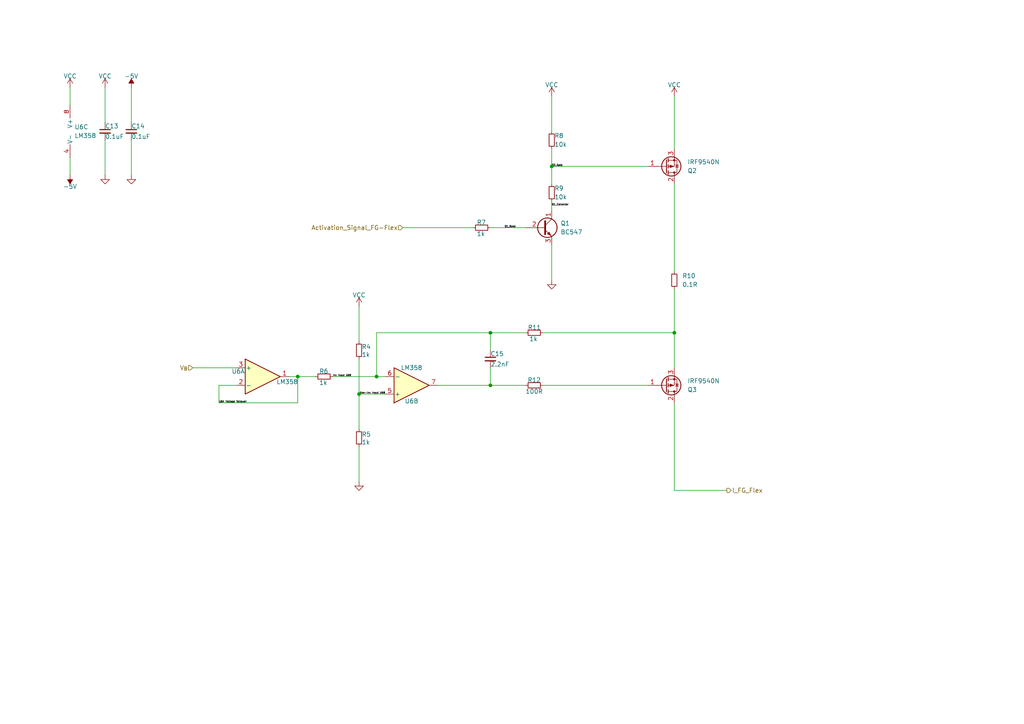
<source format=kicad_sch>
(kicad_sch (version 20230121) (generator eeschema)
  (paper "A4")
  (lib_symbols
    (symbol "Amplifier_Operational:LM358" (pin_names (offset 0.127))
      (property "Reference" "U" (at 0 5.08 0))
      (property "Value" "LM358" (at 0 -5.08 0))
      (symbol "LM358_1_1"
        (polyline (pts (xy -5.08 5.08) (xy 5.08 0) (xy -5.08 -5.08) (xy -5.08 5.08)) (stroke (width 0.254)) (fill (type background)))
        (pin output line (at 7.62 0 180) (length 2.54) (name "~") (number "1"))
        (pin input line (at -7.62 -2.54 0) (length 2.54) (name "-") (number "2"))
        (pin input line (at -7.62 2.54 0) (length 2.54) (name "+") (number "3"))
      )
      (symbol "LM358_2_1"
        (polyline (pts (xy -5.08 5.08) (xy 5.08 0) (xy -5.08 -5.08) (xy -5.08 5.08)) (stroke (width 0.254)) (fill (type background)))
        (pin input line (at -7.62 2.54 0) (length 2.54) (name "+") (number "5"))
        (pin input line (at -7.62 -2.54 0) (length 2.54) (name "-") (number "6"))
        (pin output line (at 7.62 0 180) (length 2.54) (name "~") (number "7"))
      )
      (symbol "LM358_3_1"
        (pin power_in line (at -2.54 -7.62 90) (length 3.81) (name "V-") (number "4"))
        (pin power_in line (at -2.54 7.62 270) (length 3.81) (name "V+") (number "8"))
      )
    )
    (symbol "Device:C_Small" (pin_numbers hide) (pin_names (offset 0.254) hide)
      (property "Reference" "C" (at 0.254 1.778 0))
      (property "Value" "C_Small" (at 0.254 -2.032 0))
      (symbol "C_Small_0_1"
        (polyline (pts (xy -1.524 -0.508) (xy 1.524 -0.508)) (stroke (width 0.3302)))
        (polyline (pts (xy -1.524 0.508) (xy 1.524 0.508)) (stroke (width 0.3048)))
      )
      (symbol "C_Small_1_1"
        (pin passive line (at 0 2.54 270) (length 2.032) (name "~") (number "1"))
        (pin passive line (at 0 -2.54 90) (length 2.032) (name "~") (number "2"))
      )
    )
    (symbol "Device:R_Small" (pin_numbers hide) (pin_names (offset 0.254) hide)
      (property "Reference" "R" (at 0.762 0.508 0))
      (property "Value" "R_Small" (at 0.762 -1.016 0))
      (symbol "R_Small_0_1"
        (rectangle (start -0.762 1.778) (end 0.762 -1.778) (stroke (width 0.2032)))
      )
      (symbol "R_Small_1_1"
        (pin passive line (at 0 2.54 270) (length 0.762) (name "~") (number "1"))
        (pin passive line (at 0 -2.54 90) (length 0.762) (name "~") (number "2"))
      )
    )
    (symbol "Transistor_BJT:BC547" (pin_names (offset 0) hide)
      (property "Reference" "Q" (at 5.08 1.905 0))
      (property "Value" "BC547" (at 5.08 0 0))
      (symbol "BC547_0_1"
        (polyline (pts (xy 0 0) (xy 0.635 0)))
        (polyline (pts (xy 0.635 0.635) (xy 2.54 2.54)))
        (polyline (pts (xy 0.635 -0.635) (xy 2.54 -2.54) (xy 2.54 -2.54)))
        (polyline (pts (xy 0.635 1.905) (xy 0.635 -1.905) (xy 0.635 -1.905)) (stroke (width 0.508)))
        (polyline (pts (xy 1.27 -1.778) (xy 1.778 -1.27) (xy 2.286 -2.286) (xy 1.27 -1.778) (xy 1.27 -1.778)) (fill (type outline)))
        (circle (center 1.27 0) (radius 2.8194) (stroke (width 0.254)))
      )
      (symbol "BC547_1_1"
        (pin passive line (at 2.54 5.08 270) (length 2.54) (name "C") (number "1"))
        (pin input line (at -5.08 0 0) (length 5.08) (name "B") (number "2"))
        (pin passive line (at 2.54 -5.08 90) (length 2.54) (name "E") (number "3"))
      )
    )
    (symbol "Transistor_FET:IRF9540N" (pin_names hide)
      (property "Reference" "Q" (at 5.08 1.905 0))
      (property "Value" "IRF9540N" (at 5.08 0 0))
      (symbol "IRF9540N_0_1"
        (polyline (pts (xy 0.254 0) (xy -2.54 0)))
        (polyline (pts (xy 0.254 1.905) (xy 0.254 -1.905)) (stroke (width 0.254)))
        (polyline (pts (xy 0.762 -1.27) (xy 0.762 -2.286)) (stroke (width 0.254)))
        (polyline (pts (xy 0.762 0.508) (xy 0.762 -0.508)) (stroke (width 0.254)))
        (polyline (pts (xy 0.762 2.286) (xy 0.762 1.27)) (stroke (width 0.254)))
        (polyline (pts (xy 2.54 2.54) (xy 2.54 1.778)))
        (polyline (pts (xy 2.54 -2.54) (xy 2.54 0) (xy 0.762 0)))
        (polyline (pts (xy 0.762 1.778) (xy 3.302 1.778) (xy 3.302 -1.778) (xy 0.762 -1.778)))
        (polyline (pts (xy 2.286 0) (xy 1.27 0.381) (xy 1.27 -0.381) (xy 2.286 0)) (fill (type outline)))
        (polyline (pts (xy 2.794 -0.508) (xy 2.921 -0.381) (xy 3.683 -0.381) (xy 3.81 -0.254)))
        (polyline (pts (xy 3.302 -0.381) (xy 2.921 0.254) (xy 3.683 0.254) (xy 3.302 -0.381)))
        (circle (center 1.651 0) (radius 2.794) (stroke (width 0.254)))
        (circle (center 2.54 -1.778) (radius 0.254) (fill (type outline)))
        (circle (center 2.54 1.778) (radius 0.254) (fill (type outline)))
      )
      (symbol "IRF9540N_1_1"
        (pin input line (at -5.08 0 0) (length 2.54) (name "G") (number "1"))
        (pin passive line (at 2.54 5.08 270) (length 2.54) (name "D") (number "2"))
        (pin passive line (at 2.54 -5.08 90) (length 2.54) (name "S") (number "3"))
      )
    )
    (symbol "power:-5V" (power) (pin_names (offset 0))
      (property "Value" "-5V" (at 0 3.81 0))
      (symbol "-5V_0_0"
        (pin power_in line (at 0 0 90) (length 0) hide (name "-5V") (number "1"))
      )
      (symbol "-5V_0_1"
        (polyline (pts (xy 0 0) (xy 0 1.27) (xy 0.762 1.27) (xy 0 2.54) (xy -0.762 1.27) (xy 0 1.27)) (fill (type outline)))
      )
    )
    (symbol "power:GND" (power) (pin_names (offset 0))
      (property "Value" "GND" (at 0 -3.81 0))
      (symbol "GND_0_1"
        (polyline (pts (xy 0 0) (xy 0 -1.27) (xy 1.27 -1.27) (xy 0 -2.54) (xy -1.27 -1.27) (xy 0 -1.27)))
      )
      (symbol "GND_1_1"
        (pin power_in line (at 0 0 270) (length 0) hide (name "GND") (number "1"))
      )
    )
    (symbol "power:VCC" (power) (pin_names (offset 0))
      (property "Value" "VCC" (at 0 3.81 0))
      (symbol "VCC_0_1"
        (polyline (pts (xy -0.762 1.27) (xy 0 2.54)))
        (polyline (pts (xy 0 0) (xy 0 2.54)))
        (polyline (pts (xy 0 2.54) (xy 0.762 1.27)))
      )
      (symbol "VCC_1_1"
        (pin power_in line (at 0 0 90) (length 0) hide (name "VCC") (number "1"))
      )
    )
  )
  (junction (at 142.24 96.52))
  (junction (at 142.24 111.76))
  (junction (at 160.02 48.26))
  (junction (at 104.14 114.3))
  (junction (at 195.58 96.52))
  (junction (at 109.22 109.22))
  (junction (at 86.36 109.22))
  (wire (pts (xy 157.48 111.76) (xy 187.96 111.76)))
  (wire (pts (xy 160.02 71.12) (xy 160.02 81.28)))
  (wire (pts (xy 195.58 53.34) (xy 195.58 78.74)))
  (wire (pts (xy 96.52 109.22) (xy 109.22 109.22)))
  (wire (pts (xy 142.24 106.68) (xy 142.24 111.76)))
  (wire (pts (xy 195.58 83.82) (xy 195.58 96.52)))
  (wire (pts (xy 30.48 25.4) (xy 30.48 35.56)))
  (wire (pts (xy 63.5 116.84) (xy 86.36 116.84)))
  (wire (pts (xy 160.02 27.94) (xy 160.02 38.1)))
  (wire (pts (xy 104.14 88.9) (xy 104.14 99.06)))
  (wire (pts (xy 55.88 106.68) (xy 68.58 106.68)))
  (wire (pts (xy 83.82 109.22) (xy 86.36 109.22)))
  (wire (pts (xy 104.14 104.14) (xy 104.14 114.3)))
  (wire (pts (xy 187.96 48.26) (xy 160.02 48.26)))
  (wire (pts (xy 20.32 25.4) (xy 20.32 30.48)))
  (wire (pts (xy 195.58 27.94) (xy 195.58 43.18)))
  (wire (pts (xy 109.22 96.52) (xy 109.22 109.22)))
  (wire (pts (xy 30.48 40.64) (xy 30.48 50.8)))
  (wire (pts (xy 20.32 45.72) (xy 20.32 50.8)))
  (wire (pts (xy 86.36 116.84) (xy 86.36 109.22)))
  (wire (pts (xy 142.24 96.52) (xy 109.22 96.52)))
  (wire (pts (xy 152.4 96.52) (xy 142.24 96.52)))
  (wire (pts (xy 195.58 96.52) (xy 195.58 106.68)))
  (wire (pts (xy 68.58 111.76) (xy 63.5 111.76)))
  (wire (pts (xy 104.14 129.54) (xy 104.14 139.7)))
  (wire (pts (xy 109.22 109.22) (xy 111.76 109.22)))
  (wire (pts (xy 63.5 111.76) (xy 63.5 116.84)))
  (wire (pts (xy 104.14 114.3) (xy 104.14 124.46)))
  (wire (pts (xy 116.84 66.04) (xy 137.16 66.04)))
  (wire (pts (xy 142.24 96.52) (xy 142.24 101.6)))
  (wire (pts (xy 157.48 96.52) (xy 195.58 96.52)))
  (wire (pts (xy 142.24 66.04) (xy 152.4 66.04)))
  (wire (pts (xy 38.1 25.4) (xy 38.1 35.56)))
  (wire (pts (xy 195.58 142.24) (xy 210.82 142.24)))
  (wire (pts (xy 160.02 43.18) (xy 160.02 48.26)))
  (wire (pts (xy 195.58 116.84) (xy 195.58 142.24)))
  (wire (pts (xy 127 111.76) (xy 142.24 111.76)))
  (wire (pts (xy 104.14 114.3) (xy 111.76 114.3)))
  (wire (pts (xy 86.36 109.22) (xy 91.44 109.22)))
  (wire (pts (xy 142.24 111.76) (xy 152.4 111.76)))
  (wire (pts (xy 38.1 40.64) (xy 38.1 50.8)))
  (wire (pts (xy 160.02 48.26) (xy 160.02 53.34)))
  (wire (pts (xy 160.02 58.42) (xy 160.02 60.96)))
  (label "Q1_Base" (at 146.304 66.04 0) (effects (font (size 0.5 0.5))))
  (label "Q1_Collector" (at 160.02 59.69 0) (effects (font (size 0.5 0.5))))
  (label "U6A Voltage follower" (at 63.5 116.84 0) (effects (font (size 0.5 0.5))))
  (label "Inv Input U6B" (at 96.52 109.22 0) (effects (font (size 0.5 0.5))))
  (label "Q2_Gate" (at 160.02 48.26 0) (effects (font (size 0.5 0.5))))
  (label "Non-Inv Input U6B" (at 111.76 114.3 180) (effects (font (size 0.5 0.5))))
  (hierarchical_label "Activation_Signal_FG-Flex" (shape input) (at 116.84 66.04 180))
  (hierarchical_label "I_FG_Flex" (shape output) (at 210.82 142.24 0))
  (hierarchical_label "V_{B}" (shape input) (at 55.88 106.68 180))
  (symbol (lib_id "Device:R_Small") (at 154.94 111.76 90) (unit 1)
    (property "Reference" "R12" (at 154.94 110.236 90))
    (property "Value" "100R" (at 154.94 113.538 90))
    (property "Footprint" "Resistor_THT:R_Axial_DIN0207_L6.3mm_D2.5mm_P10.16mm_Horizontal" (effects hide))
    (property "Datasheet" "https://www.seielect.com/catalog/sei-cf_cfm.pdf" (effects hide))
    (property "Manufacturer" "Stackpole Electronics Inc" (effects hide))
    (property "Part Nr." "CF14JT100R" (effects hide))
    (instances (project "fg_lampe" (path "" (reference "R12") (unit 1)) (path "" (reference "R18") (unit 1))))
  )
  (symbol (lib_id "Device:R_Small") (at 160.02 55.88 0) (unit 1)
    (property "Reference" "R9" (at 160.782 54.61 0) (effects (justify left)))
    (property "Value" "10k" (at 160.782 57.15 0) (effects (justify left)))
    (property "Footprint" "Resistor_THT:R_Axial_DIN0207_L6.3mm_D2.5mm_P10.16mm_Horizontal" (effects hide))
    (property "Datasheet" "https://www.digikey.de/de/models/1741265" (effects hide))
    (property "Part Nr." "CF14JT10K0" (effects hide))
    (instances (project "fg_lampe" (path "" (reference "R9") (unit 1)) (path "" (reference "R20") (unit 1))))
  )
  (symbol (lib_id "Amplifier_Operational:LM358") (at 119.38 111.76 0) (mirror x) (unit 2)
    (property "Reference" "U6" (at 119.38 116.332 0))
    (property "Value" "LM358" (at 119.38 106.68 0))
    (property "Footprint" "Package_DIP:DIP-8_W7.62mm" (effects hide))
    (property "Datasheet" "http://www.ti.com/lit/ds/symlink/lm2904-n.pdf" (effects hide))
    (instances (project "fg_lampe" (path "" (reference "U6") (unit 2)) (path "" (reference "U6") (unit 2)) (path "" (reference "U7") (unit 2))))
  )
  (symbol (lib_id "power:GND") (at 38.1 50.8 0) (unit 1)
    (property "Reference" "#PWR039" (effects hide))
    (property "Value" "GND" (effects hide))
    (instances (project "fg_lampe" (path "" (reference "#PWR039") (unit 1)) (path "" (reference "#PWR040") (unit 1)) (path "" (reference "#PWR051") (unit 1))))
  )
  (symbol (lib_id "Device:R_Small") (at 104.14 127 0) (unit 1)
    (property "Reference" "R5" (at 104.902 125.984 0) (effects (justify left)))
    (property "Value" "1k" (at 104.902 128.27 0) (effects (justify left)))
    (property "Footprint" "Resistor_THT:R_Axial_DIN0207_L6.3mm_D2.5mm_P10.16mm_Horizontal" (effects hide))
    (property "Datasheet" "https://www.seielect.com/catalog/sei-cf_cfm.pdf" (effects hide))
    (property "Manufacturer" "Stackpole Electronics Inc" (effects hide))
    (property "Part Nr. " "CF14JT1K00" (effects hide))
    (instances (project "fg_lampe" (path "" (reference "R5") (unit 1)) (path "" (reference "R15") (unit 1))))
  )
  (symbol (lib_id "Device:C_Small") (at 38.1 38.1 0) (unit 1)
    (property "Reference" "C14" (at 38.1 36.576 0) (effects (justify left)))
    (property "Value" "0.1uF" (at 38.1 39.624 0) (effects (justify left)))
    (property "Footprint" "Capacitor_THT:C_Disc_D5.1mm_W3.2mm_P5.00mm" (effects hide))
    (property "Datasheet" "https://datasheets.kyocera-avx.com/SR-Series.pdf" (effects hide))
    (property "Part Nr. " "SR211C104KARTR1" (effects hide))
    (property "Manufacturer" "KYOCERA AVX" (effects hide))
    (instances (project "fg_lampe" (path "" (reference "C14") (unit 1)) (path "" (reference "C14") (unit 1)) (path "" (reference "C17") (unit 1))))
  )
  (symbol (lib_id "power:-5V") (at 20.32 50.8 180) (unit 1)
    (property "Reference" "#PWR036" (effects hide))
    (property "Value" "-5V" (at 20.32 54.102 0))
    (instances (project "fg_lampe" (path "" (reference "#PWR036") (unit 1)) (path "" (reference "#PWR036") (unit 1)) (path "" (reference "#PWR047") (unit 1))))
  )
  (symbol (lib_id "power:VCC") (at 160.02 27.94 0) (unit 1)
    (property "Reference" "#PWR037" (effects hide))
    (property "Value" "VCC" (at 160.02 24.638 0))
    (instances (project "fg_lampe" (path "" (reference "#PWR037") (unit 1)) (path "" (reference "#PWR044") (unit 1)) (path "" (reference "#PWR054") (unit 1))))
  )
  (symbol (lib_id "Transistor_FET:IRF9540N") (at 193.04 48.26 0) (mirror x) (unit 1)
    (property "Reference" "Q2" (at 199.39 49.53 0) (effects (justify left)))
    (property "Value" "IRF9540N" (at 199.39 46.99 0) (effects (justify left)))
    (property "Footprint" "Package_TO_SOT_THT:TO-220-3_Vertical" (effects hide))
    (property "Datasheet" "http://www.irf.com/product-info/datasheets/data/irf9540n.pdf" (effects hide))
    (instances (project "fg_lampe" (path "" (reference "Q2") (unit 1)) (path "" (reference "Q5") (unit 1))))
  )
  (symbol (lib_id "power:GND") (at 104.14 139.7 0) (unit 1)
    (property "Reference" "#PWR039" (effects hide))
    (property "Value" "GND" (effects hide))
    (instances (project "fg_lampe" (path "" (reference "#PWR039") (unit 1)) (path "" (reference "#PWR041") (unit 1)) (path "" (reference "#PWR053") (unit 1))))
  )
  (symbol (lib_id "Device:R_Small") (at 104.14 101.6 0) (unit 1)
    (property "Reference" "R4" (at 104.902 100.584 0) (effects (justify left)))
    (property "Value" "1k" (at 104.902 102.87 0) (effects (justify left)))
    (property "Footprint" "Resistor_THT:R_Axial_DIN0207_L6.3mm_D2.5mm_P10.16mm_Horizontal" (effects hide))
    (property "Datasheet" "https://www.seielect.com/catalog/sei-cf_cfm.pdf" (effects hide))
    (property "Manufacturer" "Stackpole Electronics Inc" (effects hide))
    (property "Part Nr. " "CF14JT1K00" (effects hide))
    (instances (project "fg_lampe" (path "" (reference "R4") (unit 1)) (path "" (reference "R14") (unit 1))))
  )
  (symbol (lib_id "Transistor_FET:IRF9540N") (at 193.04 111.76 0) (mirror x) (unit 1)
    (property "Reference" "Q3" (at 199.39 113.03 0) (effects (justify left)))
    (property "Value" "IRF9540N" (at 199.39 110.49 0) (effects (justify left)))
    (property "Footprint" "Package_TO_SOT_THT:TO-220-3_Vertical" (effects hide))
    (property "Datasheet" "http://www.irf.com/product-info/datasheets/data/irf9540n.pdf" (effects hide))
    (instances (project "fg_lampe" (path "" (reference "Q3") (unit 1)) (path "" (reference "Q6") (unit 1))))
  )
  (symbol (lib_id "Amplifier_Operational:LM358") (at 76.2 109.22 0) (unit 1)
    (property "Reference" "U6" (at 69.088 107.696 0))
    (property "Value" "LM358" (at 83.312 110.744 0))
    (property "Footprint" "Package_DIP:DIP-8_W7.62mm" (effects hide))
    (property "Datasheet" "http://www.ti.com/lit/ds/symlink/lm2904-n.pdf" (effects hide))
    (instances (project "fg_lampe" (path "" (reference "U6") (unit 1)) (path "" (reference "U6") (unit 1)) (path "" (reference "U7") (unit 1))))
  )
  (symbol (lib_id "power:VCC") (at 195.58 27.94 0) (unit 1)
    (property "Reference" "#PWR037" (effects hide))
    (property "Value" "VCC" (at 195.58 24.638 0))
    (instances (project "fg_lampe" (path "" (reference "#PWR037") (unit 1)) (path "" (reference "#PWR045") (unit 1)) (path "" (reference "#PWR056") (unit 1))))
  )
  (symbol (lib_id "power:GND") (at 30.48 50.8 0) (unit 1)
    (property "Reference" "#PWR038" (effects hide))
    (property "Value" "GND" (effects hide))
    (instances (project "fg_lampe" (path "" (reference "#PWR038") (unit 1)) (path "" (reference "#PWR038") (unit 1)) (path "" (reference "#PWR049") (unit 1))))
  )
  (symbol (lib_id "Device:R_Small") (at 139.7 66.04 90) (unit 1)
    (property "Reference" "R7" (at 140.97 64.516 90) (effects (justify left)))
    (property "Value" "1k" (at 140.716 67.818 90) (effects (justify left)))
    (property "Footprint" "Resistor_THT:R_Axial_DIN0207_L6.3mm_D2.5mm_P10.16mm_Horizontal" (effects hide))
    (property "Datasheet" "https://www.seielect.com/catalog/sei-cf_cfm.pdf" (effects hide))
    (property "Manufacturer" "Stackpole Electronics Inc" (effects hide))
    (property "Part Nr. " "CF14JT1K00" (effects hide))
    (instances (project "fg_lampe" (path "" (reference "R7") (unit 1)) (path "" (reference "R16") (unit 1))))
  )
  (symbol (lib_id "Device:R_Small") (at 93.98 109.22 90) (unit 1)
    (property "Reference" "R6" (at 95.25 107.696 90) (effects (justify left)))
    (property "Value" "1k" (at 94.996 110.998 90) (effects (justify left)))
    (property "Footprint" "Resistor_THT:R_Axial_DIN0207_L6.3mm_D2.5mm_P10.16mm_Horizontal" (effects hide))
    (property "Datasheet" "https://www.seielect.com/catalog/sei-cf_cfm.pdf" (effects hide))
    (property "Manufacturer" "Stackpole Electronics Inc" (effects hide))
    (property "Part Nr. " "CF14JT1K00" (effects hide))
    (instances (project "fg_lampe" (path "" (reference "R6") (unit 1)) (path "" (reference "R13") (unit 1))))
  )
  (symbol (lib_id "power:VCC") (at 104.14 88.9 0) (unit 1)
    (property "Reference" "#PWR037" (effects hide))
    (property "Value" "VCC" (at 104.14 85.598 0))
    (instances (project "fg_lampe" (path "" (reference "#PWR037") (unit 1)) (path "" (reference "#PWR042") (unit 1)) (path "" (reference "#PWR052") (unit 1))))
  )
  (symbol (lib_id "power:VCC") (at 20.32 25.4 0) (unit 1)
    (property "Reference" "#PWR035" (effects hide))
    (property "Value" "VCC" (at 20.32 22.098 0))
    (instances (project "fg_lampe" (path "" (reference "#PWR035") (unit 1)) (path "" (reference "#PWR035") (unit 1)) (path "" (reference "#PWR046") (unit 1))))
  )
  (symbol (lib_id "power:GND") (at 160.02 81.28 0) (unit 1)
    (property "Reference" "#PWR039" (effects hide))
    (property "Value" "GND" (effects hide))
    (instances (project "fg_lampe" (path "" (reference "#PWR039") (unit 1)) (path "" (reference "#PWR043") (unit 1)) (path "" (reference "#PWR055") (unit 1))))
  )
  (symbol (lib_id "power:VCC") (at 30.48 25.4 0) (unit 1)
    (property "Reference" "#PWR037" (effects hide))
    (property "Value" "VCC" (at 30.48 22.098 0))
    (instances (project "fg_lampe" (path "" (reference "#PWR037") (unit 1)) (path "" (reference "#PWR037") (unit 1)) (path "" (reference "#PWR048") (unit 1))))
  )
  (symbol (lib_id "Transistor_BJT:BC547") (at 157.48 66.04 0) (unit 1)
    (property "Reference" "Q1" (at 162.56 64.77 0) (effects (justify left)))
    (property "Value" "BC547" (at 162.56 67.31 0) (effects (justify left)))
    (property "Footprint" "Package_TO_SOT_THT:TO-92" (effects hide))
    (property "Datasheet" "https://www.onsemi.com/pub/Collateral/BC550-D.pdf" (effects hide))
    (instances (project "fg_lampe" (path "" (reference "Q1") (unit 1)) (path "" (reference "Q4") (unit 1))))
  )
  (symbol (lib_id "power:-5V") (at 38.1 25.4 0) (unit 1)
    (property "Reference" "#PWR040" (effects hide))
    (property "Value" "-5V" (at 38.1 22.098 0))
    (instances (project "fg_lampe" (path "" (reference "#PWR040") (unit 1)) (path "" (reference "#PWR039") (unit 1)) (path "" (reference "#PWR050") (unit 1))))
  )
  (symbol (lib_id "Amplifier_Operational:LM358") (at 22.86 38.1 0) (unit 3)
    (property "Reference" "U6" (at 21.59 36.83 0) (effects (justify left)))
    (property "Value" "LM358" (at 21.59 39.37 0) (effects (justify left)))
    (property "Footprint" "Package_DIP:DIP-8_W7.62mm" (effects hide))
    (property "Datasheet" "http://www.ti.com/lit/ds/symlink/lm2904-n.pdf" (effects hide))
    (instances (project "fg_lampe" (path "" (reference "U6") (unit 3)) (path "" (reference "U6") (unit 3)) (path "" (reference "U7") (unit 3))))
  )
  (symbol (lib_id "Device:R_Small") (at 195.58 81.28 0) (unit 1)
    (property "Reference" "R10" (at 197.866 80.01 0) (effects (justify left)))
    (property "Value" "0.1R" (at 197.866 82.55 0) (effects (justify left)))
    (property "Footprint" "Resistor_THT:R_Axial_DIN0516_L15.5mm_D5.0mm_P20.32mm_Horizontal" (effects hide))
    (property "Datasheet" "https://www.vishay.com/docs/28730/acac-at.pdf" (effects hide))
    (property "Manufacturer" "Vishay Beyschlag/Draloric/BC Components" (effects hide))
    (property "Part Nr." "AC03000001007JAC00" (effects hide))
    (instances (project "fg_lampe" (path "" (reference "R10") (unit 1)) (path "" (reference "R21") (unit 1))))
  )
  (symbol (lib_id "Device:C_Small") (at 30.48 38.1 0) (unit 1)
    (property "Reference" "C13" (at 30.48 36.576 0) (effects (justify left)))
    (property "Value" "0.1uF" (at 30.48 39.624 0) (effects (justify left)))
    (property "Footprint" "Capacitor_THT:C_Disc_D5.1mm_W3.2mm_P5.00mm" (effects hide))
    (property "Datasheet" "https://datasheets.kyocera-avx.com/SR-Series.pdf" (effects hide))
    (property "Part Nr. " "SR211C104KARTR1" (effects hide))
    (property "Manufacturer" "KYOCERA AVX" (effects hide))
    (instances (project "fg_lampe" (path "" (reference "C13") (unit 1)) (path "" (reference "C13") (unit 1)) (path "" (reference "C16") (unit 1))))
  )
  (symbol (lib_id "Device:R_Small") (at 154.94 96.52 90) (unit 1)
    (property "Reference" "R11" (at 156.972 94.996 90) (effects (justify left)))
    (property "Value" "1k" (at 155.956 98.298 90) (effects (justify left)))
    (property "Footprint" "Resistor_THT:R_Axial_DIN0207_L6.3mm_D2.5mm_P10.16mm_Horizontal" (effects hide))
    (property "Datasheet" "https://www.seielect.com/catalog/sei-cf_cfm.pdf" (effects hide))
    (property "Manufacturer" "Stackpole Electronics Inc" (effects hide))
    (property "Part Nr. " "CF14JT1K00" (effects hide))
    (instances (project "fg_lampe" (path "" (reference "R11") (unit 1)) (path "" (reference "R17") (unit 1))))
  )
  (symbol (lib_id "Device:C_Small") (at 142.24 104.14 0) (unit 1)
    (property "Reference" "C15" (at 142.24 102.616 0) (effects (justify left)))
    (property "Value" "2.2nF" (at 142.24 105.664 0) (effects (justify left)))
    (property "Footprint" "Capacitor_THT:C_Disc_D5.1mm_W3.2mm_P5.00mm" (effects hide))
    (property "Datasheet" "https://connect.kemet.com:7667/gateway/IntelliData-ComponentDocumentation/1.0/download/datasheet/C322C102K1R5TA.pdf" (effects hide))
    (property "Manufacturer" "KEMET" (effects hide))
    (property "Part Nr." "C322C222K5R5TA" (effects hide))
    (instances (project "fg_lampe" (path "" (reference "C15") (unit 1)) (path "" (reference "C18") (unit 1))))
  )
  (symbol (lib_id "Device:R_Small") (at 160.02 40.64 0) (unit 1)
    (property "Reference" "R8" (at 160.782 39.37 0) (effects (justify left)))
    (property "Value" "10k" (at 160.782 41.91 0) (effects (justify left)))
    (property "Footprint" "Resistor_THT:R_Axial_DIN0207_L6.3mm_D2.5mm_P10.16mm_Horizontal" (effects hide))
    (property "Datasheet" "https://www.digikey.de/de/models/1741265" (effects hide))
    (property "Part Nr." "CF14JT10K0" (effects hide))
    (instances (project "fg_lampe" (path "" (reference "R8") (unit 1)) (path "" (reference "R19") (unit 1))))
  )
)
</source>
